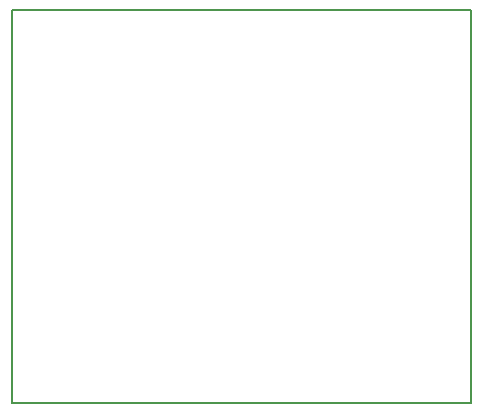
<source format=gbr>
G04 #@! TF.GenerationSoftware,KiCad,Pcbnew,5.0.1-33cea8e~66~ubuntu18.04.1*
G04 #@! TF.CreationDate,2018-10-18T18:40:30+09:00*
G04 #@! TF.ProjectId,touch_relay_jack,746F7563685F72656C61795F6A61636B,rev?*
G04 #@! TF.SameCoordinates,Original*
G04 #@! TF.FileFunction,Profile,NP*
%FSLAX46Y46*%
G04 Gerber Fmt 4.6, Leading zero omitted, Abs format (unit mm)*
G04 Created by KiCad (PCBNEW 5.0.1-33cea8e~66~ubuntu18.04.1) date 2018年10月18日 18時40分30秒*
%MOMM*%
%LPD*%
G01*
G04 APERTURE LIST*
%ADD10C,0.150000*%
G04 APERTURE END LIST*
D10*
X121920000Y-84836000D02*
X83058000Y-84836000D01*
X121920000Y-118110000D02*
X121920000Y-84836000D01*
X83058000Y-118110000D02*
X121920000Y-118110000D01*
X83058000Y-84836000D02*
X83058000Y-118110000D01*
M02*

</source>
